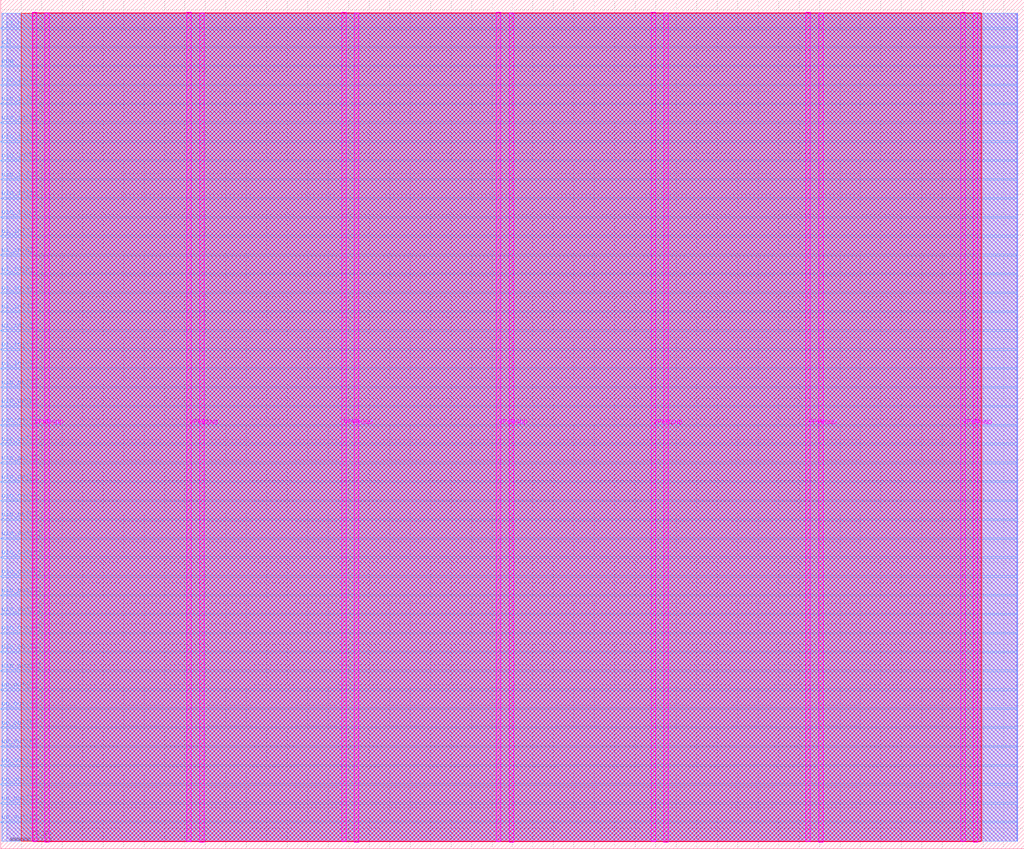
<source format=lef>
VERSION 5.7 ;
  NOWIREEXTENSIONATPIN ON ;
  DIVIDERCHAR "/" ;
  BUSBITCHARS "[]" ;
MACRO heichips25_snitch_wrapper
  CLASS BLOCK ;
  FOREIGN heichips25_snitch_wrapper ;
  ORIGIN 0.000 0.000 ;
  SIZE 500.000 BY 415.000 ;
  PIN VGND
    DIRECTION INOUT ;
    USE GROUND ;
    PORT
      LAYER TopMetal1 ;
        RECT 21.580 3.150 23.780 408.460 ;
    END
    PORT
      LAYER TopMetal1 ;
        RECT 97.180 3.150 99.380 408.460 ;
    END
    PORT
      LAYER TopMetal1 ;
        RECT 172.780 3.150 174.980 408.460 ;
    END
    PORT
      LAYER TopMetal1 ;
        RECT 248.380 3.150 250.580 408.460 ;
    END
    PORT
      LAYER TopMetal1 ;
        RECT 323.980 3.150 326.180 408.460 ;
    END
    PORT
      LAYER TopMetal1 ;
        RECT 399.580 3.150 401.780 408.460 ;
    END
    PORT
      LAYER TopMetal1 ;
        RECT 475.180 3.150 477.380 408.460 ;
    END
  END VGND
  PIN VPWR
    DIRECTION INOUT ;
    USE POWER ;
    PORT
      LAYER TopMetal1 ;
        RECT 15.380 3.560 17.580 408.870 ;
    END
    PORT
      LAYER TopMetal1 ;
        RECT 90.980 3.560 93.180 408.870 ;
    END
    PORT
      LAYER TopMetal1 ;
        RECT 166.580 3.560 168.780 408.870 ;
    END
    PORT
      LAYER TopMetal1 ;
        RECT 242.180 3.560 244.380 408.870 ;
    END
    PORT
      LAYER TopMetal1 ;
        RECT 317.780 3.560 319.980 408.870 ;
    END
    PORT
      LAYER TopMetal1 ;
        RECT 393.380 3.560 395.580 408.870 ;
    END
    PORT
      LAYER TopMetal1 ;
        RECT 468.980 3.560 471.180 408.870 ;
    END
  END VPWR
  PIN clk
    DIRECTION INPUT ;
    USE SIGNAL ;
    ANTENNAGATEAREA 0.725400 ;
    PORT
      LAYER Metal3 ;
        RECT 0.000 391.660 0.400 392.060 ;
    END
  END clk
  PIN ena
    DIRECTION INPUT ;
    USE SIGNAL ;
    PORT
      LAYER Metal3 ;
        RECT 0.000 382.420 0.400 382.820 ;
    END
  END ena
  PIN rst_n
    DIRECTION INPUT ;
    USE SIGNAL ;
    ANTENNAGATEAREA 0.725400 ;
    PORT
      LAYER Metal3 ;
        RECT 0.000 400.900 0.400 401.300 ;
    END
  END rst_n
  PIN ui_in[0]
    DIRECTION INPUT ;
    USE SIGNAL ;
    ANTENNAGATEAREA 0.213200 ;
    PORT
      LAYER Metal3 ;
        RECT 0.000 234.580 0.400 234.980 ;
    END
  END ui_in[0]
  PIN ui_in[1]
    DIRECTION INPUT ;
    USE SIGNAL ;
    ANTENNAGATEAREA 0.180700 ;
    PORT
      LAYER Metal3 ;
        RECT 0.000 243.820 0.400 244.220 ;
    END
  END ui_in[1]
  PIN ui_in[2]
    DIRECTION INPUT ;
    USE SIGNAL ;
    ANTENNAGATEAREA 0.213200 ;
    PORT
      LAYER Metal3 ;
        RECT 0.000 253.060 0.400 253.460 ;
    END
  END ui_in[2]
  PIN ui_in[3]
    DIRECTION INPUT ;
    USE SIGNAL ;
    ANTENNAGATEAREA 0.180700 ;
    PORT
      LAYER Metal3 ;
        RECT 0.000 262.300 0.400 262.700 ;
    END
  END ui_in[3]
  PIN ui_in[4]
    DIRECTION INPUT ;
    USE SIGNAL ;
    ANTENNAGATEAREA 0.180700 ;
    PORT
      LAYER Metal3 ;
        RECT 0.000 271.540 0.400 271.940 ;
    END
  END ui_in[4]
  PIN ui_in[5]
    DIRECTION INPUT ;
    USE SIGNAL ;
    ANTENNAGATEAREA 0.180700 ;
    PORT
      LAYER Metal3 ;
        RECT 0.000 280.780 0.400 281.180 ;
    END
  END ui_in[5]
  PIN ui_in[6]
    DIRECTION INPUT ;
    USE SIGNAL ;
    ANTENNAGATEAREA 0.180700 ;
    PORT
      LAYER Metal3 ;
        RECT 0.000 290.020 0.400 290.420 ;
    END
  END ui_in[6]
  PIN ui_in[7]
    DIRECTION INPUT ;
    USE SIGNAL ;
    ANTENNAGATEAREA 0.180700 ;
    PORT
      LAYER Metal3 ;
        RECT 0.000 299.260 0.400 299.660 ;
    END
  END ui_in[7]
  PIN uio_in[0]
    DIRECTION INPUT ;
    USE SIGNAL ;
    PORT
      LAYER Metal3 ;
        RECT 0.000 308.500 0.400 308.900 ;
    END
  END uio_in[0]
  PIN uio_in[1]
    DIRECTION INPUT ;
    USE SIGNAL ;
    PORT
      LAYER Metal3 ;
        RECT 0.000 317.740 0.400 318.140 ;
    END
  END uio_in[1]
  PIN uio_in[2]
    DIRECTION INPUT ;
    USE SIGNAL ;
    PORT
      LAYER Metal3 ;
        RECT 0.000 326.980 0.400 327.380 ;
    END
  END uio_in[2]
  PIN uio_in[3]
    DIRECTION INPUT ;
    USE SIGNAL ;
    PORT
      LAYER Metal3 ;
        RECT 0.000 336.220 0.400 336.620 ;
    END
  END uio_in[3]
  PIN uio_in[4]
    DIRECTION INPUT ;
    USE SIGNAL ;
    PORT
      LAYER Metal3 ;
        RECT 0.000 345.460 0.400 345.860 ;
    END
  END uio_in[4]
  PIN uio_in[5]
    DIRECTION INPUT ;
    USE SIGNAL ;
    PORT
      LAYER Metal3 ;
        RECT 0.000 354.700 0.400 355.100 ;
    END
  END uio_in[5]
  PIN uio_in[6]
    DIRECTION INPUT ;
    USE SIGNAL ;
    PORT
      LAYER Metal3 ;
        RECT 0.000 363.940 0.400 364.340 ;
    END
  END uio_in[6]
  PIN uio_in[7]
    DIRECTION INPUT ;
    USE SIGNAL ;
    PORT
      LAYER Metal3 ;
        RECT 0.000 373.180 0.400 373.580 ;
    END
  END uio_in[7]
  PIN uio_oe[0]
    DIRECTION OUTPUT ;
    USE SIGNAL ;
    ANTENNADIFFAREA 0.392700 ;
    PORT
      LAYER Metal3 ;
        RECT 0.000 160.660 0.400 161.060 ;
    END
  END uio_oe[0]
  PIN uio_oe[1]
    DIRECTION OUTPUT ;
    USE SIGNAL ;
    ANTENNADIFFAREA 0.392700 ;
    PORT
      LAYER Metal3 ;
        RECT 0.000 169.900 0.400 170.300 ;
    END
  END uio_oe[1]
  PIN uio_oe[2]
    DIRECTION OUTPUT ;
    USE SIGNAL ;
    ANTENNADIFFAREA 0.392700 ;
    PORT
      LAYER Metal3 ;
        RECT 0.000 179.140 0.400 179.540 ;
    END
  END uio_oe[2]
  PIN uio_oe[3]
    DIRECTION OUTPUT ;
    USE SIGNAL ;
    ANTENNADIFFAREA 0.392700 ;
    PORT
      LAYER Metal3 ;
        RECT 0.000 188.380 0.400 188.780 ;
    END
  END uio_oe[3]
  PIN uio_oe[4]
    DIRECTION OUTPUT ;
    USE SIGNAL ;
    ANTENNADIFFAREA 0.392700 ;
    PORT
      LAYER Metal3 ;
        RECT 0.000 197.620 0.400 198.020 ;
    END
  END uio_oe[4]
  PIN uio_oe[5]
    DIRECTION OUTPUT ;
    USE SIGNAL ;
    ANTENNADIFFAREA 0.392700 ;
    PORT
      LAYER Metal3 ;
        RECT 0.000 206.860 0.400 207.260 ;
    END
  END uio_oe[5]
  PIN uio_oe[6]
    DIRECTION OUTPUT ;
    USE SIGNAL ;
    ANTENNADIFFAREA 0.392700 ;
    PORT
      LAYER Metal3 ;
        RECT 0.000 216.100 0.400 216.500 ;
    END
  END uio_oe[6]
  PIN uio_oe[7]
    DIRECTION OUTPUT ;
    USE SIGNAL ;
    ANTENNADIFFAREA 0.392700 ;
    PORT
      LAYER Metal3 ;
        RECT 0.000 225.340 0.400 225.740 ;
    END
  END uio_oe[7]
  PIN uio_out[0]
    DIRECTION OUTPUT ;
    USE SIGNAL ;
    ANTENNADIFFAREA 0.708600 ;
    PORT
      LAYER Metal3 ;
        RECT 0.000 86.740 0.400 87.140 ;
    END
  END uio_out[0]
  PIN uio_out[1]
    DIRECTION OUTPUT ;
    USE SIGNAL ;
    ANTENNADIFFAREA 0.708600 ;
    PORT
      LAYER Metal3 ;
        RECT 0.000 95.980 0.400 96.380 ;
    END
  END uio_out[1]
  PIN uio_out[2]
    DIRECTION OUTPUT ;
    USE SIGNAL ;
    ANTENNADIFFAREA 0.708600 ;
    PORT
      LAYER Metal3 ;
        RECT 0.000 105.220 0.400 105.620 ;
    END
  END uio_out[2]
  PIN uio_out[3]
    DIRECTION OUTPUT ;
    USE SIGNAL ;
    ANTENNADIFFAREA 0.708600 ;
    PORT
      LAYER Metal3 ;
        RECT 0.000 114.460 0.400 114.860 ;
    END
  END uio_out[3]
  PIN uio_out[4]
    DIRECTION OUTPUT ;
    USE SIGNAL ;
    ANTENNADIFFAREA 0.708600 ;
    PORT
      LAYER Metal3 ;
        RECT 0.000 123.700 0.400 124.100 ;
    END
  END uio_out[4]
  PIN uio_out[5]
    DIRECTION OUTPUT ;
    USE SIGNAL ;
    ANTENNADIFFAREA 0.708600 ;
    PORT
      LAYER Metal3 ;
        RECT 0.000 132.940 0.400 133.340 ;
    END
  END uio_out[5]
  PIN uio_out[6]
    DIRECTION OUTPUT ;
    USE SIGNAL ;
    ANTENNADIFFAREA 0.708600 ;
    PORT
      LAYER Metal3 ;
        RECT 0.000 142.180 0.400 142.580 ;
    END
  END uio_out[6]
  PIN uio_out[7]
    DIRECTION OUTPUT ;
    USE SIGNAL ;
    ANTENNADIFFAREA 0.708600 ;
    PORT
      LAYER Metal3 ;
        RECT 0.000 151.420 0.400 151.820 ;
    END
  END uio_out[7]
  PIN uo_out[0]
    DIRECTION OUTPUT ;
    USE SIGNAL ;
    ANTENNADIFFAREA 0.708600 ;
    PORT
      LAYER Metal3 ;
        RECT 0.000 12.820 0.400 13.220 ;
    END
  END uo_out[0]
  PIN uo_out[1]
    DIRECTION OUTPUT ;
    USE SIGNAL ;
    ANTENNADIFFAREA 0.708600 ;
    PORT
      LAYER Metal3 ;
        RECT 0.000 22.060 0.400 22.460 ;
    END
  END uo_out[1]
  PIN uo_out[2]
    DIRECTION OUTPUT ;
    USE SIGNAL ;
    ANTENNADIFFAREA 0.708600 ;
    PORT
      LAYER Metal3 ;
        RECT 0.000 31.300 0.400 31.700 ;
    END
  END uo_out[2]
  PIN uo_out[3]
    DIRECTION OUTPUT ;
    USE SIGNAL ;
    ANTENNADIFFAREA 0.708600 ;
    PORT
      LAYER Metal3 ;
        RECT 0.000 40.540 0.400 40.940 ;
    END
  END uo_out[3]
  PIN uo_out[4]
    DIRECTION OUTPUT ;
    USE SIGNAL ;
    ANTENNADIFFAREA 0.708600 ;
    PORT
      LAYER Metal3 ;
        RECT 0.000 49.780 0.400 50.180 ;
    END
  END uo_out[4]
  PIN uo_out[5]
    DIRECTION OUTPUT ;
    USE SIGNAL ;
    ANTENNADIFFAREA 0.708600 ;
    PORT
      LAYER Metal3 ;
        RECT 0.000 59.020 0.400 59.420 ;
    END
  END uo_out[5]
  PIN uo_out[6]
    DIRECTION OUTPUT ;
    USE SIGNAL ;
    ANTENNADIFFAREA 0.708600 ;
    PORT
      LAYER Metal3 ;
        RECT 0.000 68.260 0.400 68.660 ;
    END
  END uo_out[6]
  PIN uo_out[7]
    DIRECTION OUTPUT ;
    USE SIGNAL ;
    ANTENNADIFFAREA 0.708600 ;
    PORT
      LAYER Metal3 ;
        RECT 0.000 77.500 0.400 77.900 ;
    END
  END uo_out[7]
  OBS
      LAYER GatPoly ;
        RECT 2.880 3.630 496.800 408.390 ;
      LAYER Metal1 ;
        RECT 2.880 3.560 496.800 408.460 ;
      LAYER Metal2 ;
        RECT 0.855 3.635 496.425 408.385 ;
      LAYER Metal3 ;
        RECT 0.400 401.510 496.465 408.340 ;
        RECT 0.610 400.690 496.465 401.510 ;
        RECT 0.400 392.270 496.465 400.690 ;
        RECT 0.610 391.450 496.465 392.270 ;
        RECT 0.400 383.030 496.465 391.450 ;
        RECT 0.610 382.210 496.465 383.030 ;
        RECT 0.400 373.790 496.465 382.210 ;
        RECT 0.610 372.970 496.465 373.790 ;
        RECT 0.400 364.550 496.465 372.970 ;
        RECT 0.610 363.730 496.465 364.550 ;
        RECT 0.400 355.310 496.465 363.730 ;
        RECT 0.610 354.490 496.465 355.310 ;
        RECT 0.400 346.070 496.465 354.490 ;
        RECT 0.610 345.250 496.465 346.070 ;
        RECT 0.400 336.830 496.465 345.250 ;
        RECT 0.610 336.010 496.465 336.830 ;
        RECT 0.400 327.590 496.465 336.010 ;
        RECT 0.610 326.770 496.465 327.590 ;
        RECT 0.400 318.350 496.465 326.770 ;
        RECT 0.610 317.530 496.465 318.350 ;
        RECT 0.400 309.110 496.465 317.530 ;
        RECT 0.610 308.290 496.465 309.110 ;
        RECT 0.400 299.870 496.465 308.290 ;
        RECT 0.610 299.050 496.465 299.870 ;
        RECT 0.400 290.630 496.465 299.050 ;
        RECT 0.610 289.810 496.465 290.630 ;
        RECT 0.400 281.390 496.465 289.810 ;
        RECT 0.610 280.570 496.465 281.390 ;
        RECT 0.400 272.150 496.465 280.570 ;
        RECT 0.610 271.330 496.465 272.150 ;
        RECT 0.400 262.910 496.465 271.330 ;
        RECT 0.610 262.090 496.465 262.910 ;
        RECT 0.400 253.670 496.465 262.090 ;
        RECT 0.610 252.850 496.465 253.670 ;
        RECT 0.400 244.430 496.465 252.850 ;
        RECT 0.610 243.610 496.465 244.430 ;
        RECT 0.400 235.190 496.465 243.610 ;
        RECT 0.610 234.370 496.465 235.190 ;
        RECT 0.400 225.950 496.465 234.370 ;
        RECT 0.610 225.130 496.465 225.950 ;
        RECT 0.400 216.710 496.465 225.130 ;
        RECT 0.610 215.890 496.465 216.710 ;
        RECT 0.400 207.470 496.465 215.890 ;
        RECT 0.610 206.650 496.465 207.470 ;
        RECT 0.400 198.230 496.465 206.650 ;
        RECT 0.610 197.410 496.465 198.230 ;
        RECT 0.400 188.990 496.465 197.410 ;
        RECT 0.610 188.170 496.465 188.990 ;
        RECT 0.400 179.750 496.465 188.170 ;
        RECT 0.610 178.930 496.465 179.750 ;
        RECT 0.400 170.510 496.465 178.930 ;
        RECT 0.610 169.690 496.465 170.510 ;
        RECT 0.400 161.270 496.465 169.690 ;
        RECT 0.610 160.450 496.465 161.270 ;
        RECT 0.400 152.030 496.465 160.450 ;
        RECT 0.610 151.210 496.465 152.030 ;
        RECT 0.400 142.790 496.465 151.210 ;
        RECT 0.610 141.970 496.465 142.790 ;
        RECT 0.400 133.550 496.465 141.970 ;
        RECT 0.610 132.730 496.465 133.550 ;
        RECT 0.400 124.310 496.465 132.730 ;
        RECT 0.610 123.490 496.465 124.310 ;
        RECT 0.400 115.070 496.465 123.490 ;
        RECT 0.610 114.250 496.465 115.070 ;
        RECT 0.400 105.830 496.465 114.250 ;
        RECT 0.610 105.010 496.465 105.830 ;
        RECT 0.400 96.590 496.465 105.010 ;
        RECT 0.610 95.770 496.465 96.590 ;
        RECT 0.400 87.350 496.465 95.770 ;
        RECT 0.610 86.530 496.465 87.350 ;
        RECT 0.400 78.110 496.465 86.530 ;
        RECT 0.610 77.290 496.465 78.110 ;
        RECT 0.400 68.870 496.465 77.290 ;
        RECT 0.610 68.050 496.465 68.870 ;
        RECT 0.400 59.630 496.465 68.050 ;
        RECT 0.610 58.810 496.465 59.630 ;
        RECT 0.400 50.390 496.465 58.810 ;
        RECT 0.610 49.570 496.465 50.390 ;
        RECT 0.400 41.150 496.465 49.570 ;
        RECT 0.610 40.330 496.465 41.150 ;
        RECT 0.400 31.910 496.465 40.330 ;
        RECT 0.610 31.090 496.465 31.910 ;
        RECT 0.400 22.670 496.465 31.090 ;
        RECT 0.610 21.850 496.465 22.670 ;
        RECT 0.400 13.430 496.465 21.850 ;
        RECT 0.610 12.610 496.465 13.430 ;
        RECT 0.400 3.680 496.465 12.610 ;
      LAYER Metal4 ;
        RECT 9.980 3.635 479.140 408.385 ;
      LAYER Metal5 ;
        RECT 15.515 3.470 478.705 408.550 ;
  END
END heichips25_snitch_wrapper
END LIBRARY


</source>
